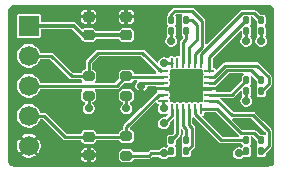
<source format=gbr>
<<<<<<< HEAD
G04 #@! TF.GenerationSoftware,KiCad,Pcbnew,9.0.2+dfsg-1*
G04 #@! TF.CreationDate,2025-05-28T16:18:43+08:00*
=======
G04 #@! TF.GenerationSoftware,KiCad,Pcbnew,9.0.1+dfsg-1*
G04 #@! TF.CreationDate,2025-05-27T21:30:08+08:00*
>>>>>>> 4efbb67b7dd982ccbd9a6c6e1e0fed627c39d980
G04 #@! TF.ProjectId,i2c_led,6932635f-6c65-4642-9e6b-696361645f70,a*
G04 #@! TF.SameCoordinates,Original*
G04 #@! TF.FileFunction,Copper,L1,Top*
G04 #@! TF.FilePolarity,Positive*
%FSLAX46Y46*%
G04 Gerber Fmt 4.6, Leading zero omitted, Abs format (unit mm)*
<<<<<<< HEAD
G04 Created by KiCad (PCBNEW 9.0.2+dfsg-1) date 2025-05-28 16:18:43*
=======
G04 Created by KiCad (PCBNEW 9.0.1+dfsg-1) date 2025-05-27 21:30:08*
>>>>>>> 4efbb67b7dd982ccbd9a6c6e1e0fed627c39d980
%MOMM*%
%LPD*%
G01*
G04 APERTURE LIST*
G04 Aperture macros list*
%AMRoundRect*
0 Rectangle with rounded corners*
0 $1 Rounding radius*
0 $2 $3 $4 $5 $6 $7 $8 $9 X,Y pos of 4 corners*
0 Add a 4 corners polygon primitive as box body*
4,1,4,$2,$3,$4,$5,$6,$7,$8,$9,$2,$3,0*
0 Add four circle primitives for the rounded corners*
1,1,$1+$1,$2,$3*
1,1,$1+$1,$4,$5*
1,1,$1+$1,$6,$7*
1,1,$1+$1,$8,$9*
0 Add four rect primitives between the rounded corners*
20,1,$1+$1,$2,$3,$4,$5,0*
20,1,$1+$1,$4,$5,$6,$7,0*
20,1,$1+$1,$6,$7,$8,$9,0*
20,1,$1+$1,$8,$9,$2,$3,0*%
G04 Aperture macros list end*
G04 #@! TA.AperFunction,SMDPad,CuDef*
%ADD10RoundRect,0.225000X0.250000X-0.225000X0.250000X0.225000X-0.250000X0.225000X-0.250000X-0.225000X0*%
G04 #@! TD*
G04 #@! TA.AperFunction,SMDPad,CuDef*
%ADD11RoundRect,0.200000X0.275000X-0.200000X0.275000X0.200000X-0.275000X0.200000X-0.275000X-0.200000X0*%
G04 #@! TD*
G04 #@! TA.AperFunction,SMDPad,CuDef*
%ADD12RoundRect,0.067500X-0.157500X-0.257500X0.157500X-0.257500X0.157500X0.257500X-0.157500X0.257500X0*%
G04 #@! TD*
G04 #@! TA.AperFunction,SMDPad,CuDef*
%ADD13RoundRect,0.062500X0.062500X-0.350000X0.062500X0.350000X-0.062500X0.350000X-0.062500X-0.350000X0*%
G04 #@! TD*
G04 #@! TA.AperFunction,SMDPad,CuDef*
%ADD14RoundRect,0.062500X0.350000X-0.062500X0.350000X0.062500X-0.350000X0.062500X-0.350000X-0.062500X0*%
G04 #@! TD*
G04 #@! TA.AperFunction,HeatsinkPad*
%ADD15R,2.700000X2.700000*%
G04 #@! TD*
G04 #@! TA.AperFunction,SMDPad,CuDef*
%ADD16RoundRect,0.225000X-0.250000X0.225000X-0.250000X-0.225000X0.250000X-0.225000X0.250000X0.225000X0*%
G04 #@! TD*
G04 #@! TA.AperFunction,ComponentPad*
%ADD17R,1.700000X1.700000*%
G04 #@! TD*
G04 #@! TA.AperFunction,ComponentPad*
%ADD18C,1.700000*%
G04 #@! TD*
G04 #@! TA.AperFunction,ViaPad*
%ADD19C,0.700000*%
G04 #@! TD*
G04 #@! TA.AperFunction,Conductor*
%ADD20C,0.228600*%
G04 #@! TD*
G04 #@! TA.AperFunction,Conductor*
%ADD21C,0.304800*%
G04 #@! TD*
G04 APERTURE END LIST*
D10*
G04 #@! TO.P,C1,1*
G04 #@! TO.N,VCC*
X144145000Y-92215000D03*
G04 #@! TO.P,C1,2*
G04 #@! TO.N,GND*
X144145000Y-90665000D03*
G04 #@! TD*
D11*
G04 #@! TO.P,R2,1*
G04 #@! TO.N,VCC*
X144145000Y-97345000D03*
G04 #@! TO.P,R2,2*
G04 #@! TO.N,/SDA*
X144145000Y-95695000D03*
G04 #@! TD*
D12*
G04 #@! TO.P,D4,1,RK*
G04 #@! TO.N,Net-(D4-RK)*
X147965000Y-101125000D03*
G04 #@! TO.P,D4,2,A*
G04 #@! TO.N,VCC*
X147965000Y-102075000D03*
G04 #@! TO.P,D4,3,BK*
G04 #@! TO.N,Net-(D4-BK)*
X149215000Y-102075000D03*
G04 #@! TO.P,D4,4,GK*
G04 #@! TO.N,Net-(D4-GK)*
X149215000Y-101125000D03*
G04 #@! TD*
G04 #@! TO.P,D1,1,RK*
G04 #@! TO.N,Net-(D1-RK)*
X154315000Y-101125000D03*
G04 #@! TO.P,D1,2,A*
G04 #@! TO.N,VCC*
X154315000Y-102075000D03*
G04 #@! TO.P,D1,3,BK*
G04 #@! TO.N,Net-(D1-BK)*
X155565000Y-102075000D03*
G04 #@! TO.P,D1,4,GK*
G04 #@! TO.N,Net-(D1-GK)*
X155565000Y-101125000D03*
G04 #@! TD*
D13*
G04 #@! TO.P,U1,1,P1_0*
G04 #@! TO.N,Net-(D3-BK)*
X147975000Y-98482500D03*
G04 #@! TO.P,U1,2,P1_1*
G04 #@! TO.N,Net-(D4-RK)*
X148475000Y-98482500D03*
G04 #@! TO.P,U1,3,P1_2*
G04 #@! TO.N,Net-(D4-GK)*
X148975000Y-98482500D03*
G04 #@! TO.P,U1,4,P1_3*
G04 #@! TO.N,Net-(D4-BK)*
X149475000Y-98482500D03*
G04 #@! TO.P,U1,5,P0_0*
G04 #@! TO.N,Net-(D1-RK)*
X149975000Y-98482500D03*
G04 #@! TO.P,U1,6,P0_1*
G04 #@! TO.N,Net-(D1-GK)*
X150475000Y-98482500D03*
D14*
G04 #@! TO.P,U1,7,P0_2*
G04 #@! TO.N,Net-(D1-BK)*
X151187500Y-97770000D03*
G04 #@! TO.P,U1,8,P0_3*
G04 #@! TO.N,Net-(D2-RK)*
X151187500Y-97270000D03*
G04 #@! TO.P,U1,9,GND*
G04 #@! TO.N,GND*
X151187500Y-96770000D03*
G04 #@! TO.P,U1,10,P0_4*
G04 #@! TO.N,Net-(D2-GK)*
X151187500Y-96270000D03*
G04 #@! TO.P,U1,11,P0_5*
G04 #@! TO.N,Net-(D2-BK)*
X151187500Y-95770000D03*
G04 #@! TO.P,U1,12,P0_6*
G04 #@! TO.N,Net-(D3-RK)*
X151187500Y-95270000D03*
D13*
G04 #@! TO.P,U1,13,P0_7*
G04 #@! TO.N,Net-(D3-GK)*
X150475000Y-94557500D03*
G04 #@! TO.P,U1,14,P1_4*
G04 #@! TO.N,Net-(D5-RK)*
X149975000Y-94557500D03*
G04 #@! TO.P,U1,15,P1_5*
G04 #@! TO.N,Net-(D5-GK)*
X149475000Y-94557500D03*
G04 #@! TO.P,U1,16,P1_6*
G04 #@! TO.N,Net-(D5-BK)*
X148975000Y-94557500D03*
G04 #@! TO.P,U1,17,P1_7*
G04 #@! TO.N,unconnected-(U1-P1_7-Pad17)*
X148475000Y-94557500D03*
G04 #@! TO.P,U1,18,AD0*
G04 #@! TO.N,AD0*
X147975000Y-94557500D03*
D14*
G04 #@! TO.P,U1,19,SCL*
G04 #@! TO.N,/SCL*
X147262500Y-95270000D03*
G04 #@! TO.P,U1,20,SDA*
G04 #@! TO.N,/SDA*
X147262500Y-95770000D03*
G04 #@! TO.P,U1,21,VCC*
G04 #@! TO.N,VCC*
X147262500Y-96270000D03*
G04 #@! TO.P,U1,22,~{INT}*
G04 #@! TO.N,GND*
X147262500Y-96770000D03*
G04 #@! TO.P,U1,23,~{RST}*
G04 #@! TO.N,/RSTN*
X147262500Y-97270000D03*
G04 #@! TO.P,U1,24,AD1*
G04 #@! TO.N,AD1*
X147262500Y-97770000D03*
D15*
G04 #@! TO.P,U1,25,GND*
G04 #@! TO.N,GND*
X149225000Y-96520000D03*
G04 #@! TD*
D12*
G04 #@! TO.P,D3,1,RK*
G04 #@! TO.N,Net-(D3-RK)*
X154315000Y-90965000D03*
G04 #@! TO.P,D3,2,A*
G04 #@! TO.N,VCC*
X154315000Y-91915000D03*
G04 #@! TO.P,D3,3,BK*
G04 #@! TO.N,Net-(D3-BK)*
X155565000Y-91915000D03*
G04 #@! TO.P,D3,4,GK*
G04 #@! TO.N,Net-(D3-GK)*
X155565000Y-90965000D03*
G04 #@! TD*
G04 #@! TO.P,D5,1,RK*
G04 #@! TO.N,Net-(D5-RK)*
X147965000Y-90965000D03*
G04 #@! TO.P,D5,2,A*
G04 #@! TO.N,VCC*
X147965000Y-91915000D03*
G04 #@! TO.P,D5,3,BK*
G04 #@! TO.N,Net-(D5-BK)*
X149215000Y-91915000D03*
G04 #@! TO.P,D5,4,GK*
G04 #@! TO.N,Net-(D5-GK)*
X149215000Y-90965000D03*
G04 #@! TD*
D11*
G04 #@! TO.P,R3,1*
G04 #@! TO.N,VCC*
X144145000Y-102425000D03*
G04 #@! TO.P,R3,2*
G04 #@! TO.N,/RSTN*
X144145000Y-100775000D03*
G04 #@! TD*
D12*
G04 #@! TO.P,D2,1,RK*
G04 #@! TO.N,Net-(D2-RK)*
X154315000Y-96045000D03*
G04 #@! TO.P,D2,2,A*
G04 #@! TO.N,VCC*
X154315000Y-96995000D03*
G04 #@! TO.P,D2,3,BK*
G04 #@! TO.N,Net-(D2-BK)*
X155565000Y-96995000D03*
G04 #@! TO.P,D2,4,GK*
G04 #@! TO.N,Net-(D2-GK)*
X155565000Y-96045000D03*
G04 #@! TD*
D16*
G04 #@! TO.P,C3,1*
G04 #@! TO.N,/RSTN*
X140970000Y-100825000D03*
G04 #@! TO.P,C3,2*
G04 #@! TO.N,GND*
X140970000Y-102375000D03*
G04 #@! TD*
D11*
G04 #@! TO.P,R1,1*
G04 #@! TO.N,VCC*
X140970000Y-97345000D03*
G04 #@! TO.P,R1,2*
G04 #@! TO.N,/SCL*
X140970000Y-95695000D03*
G04 #@! TD*
D17*
G04 #@! TO.P,J1,1,Pin_1*
G04 #@! TO.N,VCC*
X135890000Y-91440000D03*
D18*
G04 #@! TO.P,J1,2,Pin_2*
G04 #@! TO.N,/SCL*
X135890000Y-93980000D03*
G04 #@! TO.P,J1,3,Pin_3*
G04 #@! TO.N,/SDA*
X135890000Y-96520000D03*
G04 #@! TO.P,J1,4,Pin_4*
G04 #@! TO.N,/RSTN*
X135890000Y-99060000D03*
G04 #@! TO.P,J1,5,Pin_5*
G04 #@! TO.N,GND*
X135890000Y-101600000D03*
G04 #@! TD*
D10*
G04 #@! TO.P,C2,1*
G04 #@! TO.N,VCC*
X140970000Y-92215000D03*
G04 #@! TO.P,C2,2*
G04 #@! TO.N,GND*
X140970000Y-90665000D03*
G04 #@! TD*
D19*
G04 #@! TO.N,GND*
X151130000Y-101600000D03*
X149225000Y-96520000D03*
<<<<<<< HEAD
X145415000Y-97155000D03*
X153670000Y-93980000D03*
X154305000Y-97790000D03*
X146050000Y-90805000D03*
=======
X145415000Y-97790000D03*
X151765000Y-90805000D03*
X139065000Y-102870000D03*
X153035000Y-95885000D03*
X155575000Y-98425000D03*
X146050000Y-100965000D03*
X146050000Y-90805000D03*
X139065000Y-98425000D03*
X139700000Y-93345000D03*
>>>>>>> 4efbb67b7dd982ccbd9a6c6e1e0fed627c39d980
X146050000Y-92075000D03*
X152400000Y-100330000D03*
X154305000Y-99695000D03*
X145415000Y-94615000D03*
G04 #@! TO.N,VCC*
X145415000Y-96520000D03*
X140970000Y-98425000D03*
X154305000Y-92710000D03*
X147955000Y-92710000D03*
X154305000Y-97790000D03*
X153670000Y-102235000D03*
X144145000Y-98425000D03*
X147320000Y-102235000D03*
G04 #@! TO.N,Net-(D3-BK)*
X147320000Y-99695000D03*
X155575000Y-92710000D03*
G04 #@! TO.N,AD0*
X147320000Y-94615000D03*
G04 #@! TO.N,AD1*
X147320000Y-98425000D03*
G04 #@! TD*
D20*
G04 #@! TO.N,GND*
X147389500Y-96770000D02*
X149102000Y-96770000D01*
X151314500Y-96770000D02*
X149602000Y-96770000D01*
D21*
G04 #@! TO.N,VCC*
X140475000Y-92215000D02*
X139700000Y-91440000D01*
D20*
X147320000Y-102235000D02*
X146240000Y-102235000D01*
X154155000Y-102235000D02*
X154315000Y-102075000D01*
X147320000Y-102235000D02*
X147805000Y-102235000D01*
X154315000Y-97780000D02*
X154305000Y-97790000D01*
D21*
X139700000Y-91440000D02*
X135890000Y-91440000D01*
D20*
X147965000Y-91915000D02*
X147965000Y-92700000D01*
X140970000Y-97345000D02*
X140970000Y-98425000D01*
X147965000Y-92700000D02*
X147955000Y-92710000D01*
X146240000Y-102235000D02*
X146050000Y-102425000D01*
X144145000Y-97345000D02*
X144145000Y-98425000D01*
X147262500Y-96270000D02*
X145665000Y-96270000D01*
X154315000Y-92700000D02*
X154305000Y-92710000D01*
X153670000Y-102235000D02*
X154155000Y-102235000D01*
X147805000Y-102235000D02*
X147965000Y-102075000D01*
X145665000Y-96270000D02*
X145415000Y-96520000D01*
D21*
X140970000Y-92215000D02*
X144145000Y-92215000D01*
D20*
X144145000Y-102425000D02*
X146050000Y-102425000D01*
X154315000Y-96995000D02*
X154315000Y-97780000D01*
D21*
X140970000Y-92215000D02*
X140475000Y-92215000D01*
D20*
X154315000Y-91915000D02*
X154315000Y-92700000D01*
G04 #@! TO.N,Net-(D1-RK)*
X149975000Y-98894999D02*
X149975000Y-98482500D01*
X154315000Y-101125000D02*
X152205001Y-101125000D01*
X152205001Y-101125000D02*
X149975000Y-98894999D01*
G04 #@! TO.N,Net-(D1-BK)*
X155565000Y-102075000D02*
X155735000Y-102075000D01*
X155735000Y-102075000D02*
X156210000Y-101600000D01*
X153087958Y-99007042D02*
X151850916Y-97770000D01*
X156210000Y-100330000D02*
X154887042Y-99007042D01*
X156210000Y-101600000D02*
X156210000Y-100330000D01*
X154887042Y-99007042D02*
X153087958Y-99007042D01*
X151850916Y-97770000D02*
X151187500Y-97770000D01*
G04 #@! TO.N,Net-(D1-GK)*
X153872300Y-100532300D02*
X151822500Y-98482500D01*
X154972300Y-100532300D02*
X153872300Y-100532300D01*
X151822500Y-98482500D02*
X150475000Y-98482500D01*
X155565000Y-101125000D02*
X154972300Y-100532300D01*
G04 #@! TO.N,Net-(D2-BK)*
X156210000Y-95799084D02*
X156210000Y-96350000D01*
X151187500Y-95770000D02*
X151568706Y-95770000D01*
X155219916Y-94809000D02*
X156210000Y-95799084D01*
X156210000Y-96350000D02*
X155565000Y-96995000D01*
X151568706Y-95770000D02*
X152529706Y-94809000D01*
X151868700Y-95474248D02*
X151572948Y-95770000D01*
X152529706Y-94809000D02*
X155219916Y-94809000D01*
X151572948Y-95770000D02*
X151187500Y-95770000D01*
G04 #@! TO.N,Net-(D2-GK)*
X154710000Y-95190000D02*
X155565000Y-96045000D01*
X151187500Y-96270000D02*
X151611764Y-96270000D01*
X152691764Y-95190000D02*
X154710000Y-95190000D01*
X151611764Y-96270000D02*
X152691764Y-95190000D01*
G04 #@! TO.N,Net-(D2-RK)*
X153090000Y-97270000D02*
X151187500Y-97270000D01*
X154315000Y-96045000D02*
X153090000Y-97270000D01*
G04 #@! TO.N,Net-(D3-GK)*
X154972300Y-90372300D02*
X153937930Y-90372300D01*
X155565000Y-90965000D02*
X154972300Y-90372300D01*
X153937930Y-90372300D02*
X150475000Y-93835230D01*
X150475000Y-93835230D02*
X150475000Y-94557500D01*
G04 #@! TO.N,Net-(D3-RK)*
X154315000Y-90965000D02*
X151187500Y-94092500D01*
X151187500Y-94092500D02*
X151187500Y-95270000D01*
G04 #@! TO.N,Net-(D3-BK)*
X147975000Y-98482500D02*
X147975000Y-99040000D01*
X147975000Y-99040000D02*
X147320000Y-99695000D01*
X155575000Y-92710000D02*
X155575000Y-91925000D01*
G04 #@! TO.N,Net-(D4-BK)*
X149707700Y-101582300D02*
X149215000Y-102075000D01*
X149475000Y-98482500D02*
X149475000Y-99856185D01*
X149475000Y-99856185D02*
X149707700Y-100088885D01*
X149707700Y-100088885D02*
X149707700Y-101582300D01*
G04 #@! TO.N,Net-(D4-GK)*
X149215000Y-100135000D02*
X148975000Y-99895000D01*
X149215000Y-101125000D02*
X149215000Y-100135000D01*
X148975000Y-99895000D02*
X148975000Y-98482500D01*
G04 #@! TO.N,Net-(D4-RK)*
X148475000Y-100615000D02*
X148475000Y-98482500D01*
X147965000Y-101125000D02*
X148475000Y-100615000D01*
G04 #@! TO.N,Net-(D5-BK)*
X148975000Y-92805000D02*
X149215000Y-92565000D01*
X149215000Y-92565000D02*
X149215000Y-91915000D01*
X148975000Y-94557500D02*
X148975000Y-92805000D01*
G04 #@! TO.N,Net-(D5-GK)*
X149215000Y-90965000D02*
X149745000Y-90965000D01*
X149475000Y-93255000D02*
X149475000Y-94557500D01*
X150120000Y-91340000D02*
X150120000Y-92610000D01*
X149745000Y-90965000D02*
X150120000Y-91340000D01*
X150120000Y-92610000D02*
X149475000Y-93255000D01*
G04 #@! TO.N,Net-(D5-RK)*
X150545000Y-91005000D02*
X150545000Y-93225000D01*
X147965000Y-90455000D02*
X148240000Y-90180000D01*
X149975000Y-93795000D02*
X149975000Y-94557500D01*
X150545000Y-93225000D02*
X149975000Y-93795000D01*
X147965000Y-90965000D02*
X147965000Y-90455000D01*
X148240000Y-90180000D02*
X149720000Y-90180000D01*
X149720000Y-90180000D02*
X150545000Y-91005000D01*
G04 #@! TO.N,/RSTN*
X147262500Y-97270000D02*
X146881294Y-97270000D01*
X137160000Y-99060000D02*
X135890000Y-99060000D01*
X138925000Y-100825000D02*
X140970000Y-100825000D01*
X140970000Y-100825000D02*
X144095000Y-100825000D01*
X146881294Y-97270000D02*
X144145000Y-100006294D01*
X137160000Y-99060000D02*
X138925000Y-100825000D01*
X144145000Y-100006294D02*
X144145000Y-100775000D01*
G04 #@! TO.N,/SCL*
X137795000Y-93980000D02*
X135890000Y-93980000D01*
X139510000Y-95695000D02*
X137795000Y-93980000D01*
X140970000Y-95695000D02*
X139510000Y-95695000D01*
X140970000Y-94500000D02*
X140970000Y-95695000D01*
X141760000Y-93710000D02*
X140970000Y-94500000D01*
X145500000Y-93710000D02*
X141760000Y-93710000D01*
X147060000Y-95270000D02*
X145500000Y-93710000D01*
G04 #@! TO.N,/SDA*
X143320000Y-96520000D02*
X135890000Y-96520000D01*
X144145000Y-95695000D02*
X143320000Y-96520000D01*
X147262500Y-95770000D02*
X144220000Y-95770000D01*
X144220000Y-95770000D02*
X144145000Y-95695000D01*
G04 #@! TO.N,AD0*
X147377500Y-94557500D02*
X147320000Y-94615000D01*
X147975000Y-94557500D02*
X147377500Y-94557500D01*
G04 #@! TO.N,AD1*
X147262500Y-98367500D02*
X147320000Y-98425000D01*
X147262500Y-97770000D02*
X147262500Y-98367500D01*
G04 #@! TD*
G04 #@! TA.AperFunction,Conductor*
G04 #@! TO.N,GND*
G36*
X151729012Y-98767293D02*
G01*
X151733848Y-98771726D01*
X153645779Y-100683657D01*
X153670721Y-100708599D01*
X153691548Y-100729426D01*
X153713287Y-100776047D01*
X153699973Y-100825734D01*
X153657835Y-100855238D01*
X153638373Y-100857800D01*
X152346827Y-100857800D01*
X152298489Y-100840207D01*
X152293653Y-100835774D01*
X150609449Y-99151570D01*
X150587709Y-99104950D01*
X150601023Y-99055263D01*
X150620845Y-99035869D01*
X150621543Y-99035402D01*
X150621545Y-99035402D01*
X150692795Y-98987795D01*
X150740402Y-98916545D01*
X150752900Y-98853715D01*
X150752900Y-98824900D01*
X150770493Y-98776562D01*
X150815042Y-98750842D01*
X150828100Y-98749700D01*
X151680674Y-98749700D01*
X151729012Y-98767293D01*
G37*
G04 #@! TD.AperFunction*
G04 #@! TA.AperFunction,Conductor*
G36*
X154793554Y-99291835D02*
G01*
X154798390Y-99296268D01*
X155920774Y-100418652D01*
X155927711Y-100433528D01*
X155938265Y-100446106D01*
X155941115Y-100462273D01*
X155942514Y-100465272D01*
X155942800Y-100471826D01*
X155942800Y-100608937D01*
X155925207Y-100657275D01*
X155880658Y-100682995D01*
X155830000Y-100674062D01*
X155825822Y-100671464D01*
X155808499Y-100659889D01*
X155808496Y-100659888D01*
X155776352Y-100653494D01*
X155744209Y-100647100D01*
X155744208Y-100647100D01*
X155496126Y-100647100D01*
X155447788Y-100629507D01*
X155442962Y-100625084D01*
X155123657Y-100305779D01*
X155025449Y-100265100D01*
X155025448Y-100265100D01*
X154014126Y-100265100D01*
X153965788Y-100247507D01*
X153960952Y-100243074D01*
X153120494Y-99402616D01*
X153098754Y-99355996D01*
X153112068Y-99306309D01*
X153154205Y-99276804D01*
X153173668Y-99274242D01*
X154745216Y-99274242D01*
X154793554Y-99291835D01*
G37*
G04 #@! TD.AperFunction*
G04 #@! TA.AperFunction,Conductor*
G36*
X145406512Y-93994793D02*
G01*
X145411348Y-93999226D01*
X146675074Y-95262952D01*
X146696814Y-95309572D01*
X146697100Y-95316124D01*
X146697100Y-95353714D01*
X146697101Y-95353716D01*
X146708879Y-95412930D01*
X146701054Y-95463771D01*
X146662379Y-95497687D01*
X146635124Y-95502800D01*
X144843954Y-95502800D01*
X144795616Y-95485207D01*
X144769896Y-95440658D01*
X144769540Y-95438443D01*
X144766349Y-95416542D01*
X144762906Y-95392912D01*
X144711179Y-95287102D01*
X144711177Y-95287100D01*
X144711177Y-95287099D01*
X144627900Y-95203822D01*
X144592027Y-95186285D01*
X144522088Y-95152094D01*
X144453502Y-95142100D01*
X144453494Y-95142100D01*
X143836506Y-95142100D01*
X143836497Y-95142100D01*
X143767911Y-95152094D01*
X143662099Y-95203822D01*
X143578822Y-95287099D01*
X143527094Y-95392911D01*
X143517100Y-95461497D01*
X143517100Y-95913872D01*
X143499507Y-95962210D01*
X143495075Y-95967046D01*
X143231348Y-96230774D01*
X143184727Y-96252514D01*
X143178173Y-96252800D01*
X141567826Y-96252800D01*
X141519488Y-96235207D01*
X141493768Y-96190658D01*
X141502701Y-96140000D01*
X141514652Y-96124426D01*
X141536177Y-96102900D01*
X141536179Y-96102898D01*
X141587906Y-95997088D01*
X141597900Y-95928494D01*
X141597900Y-95461506D01*
X141597314Y-95457486D01*
X141591349Y-95416545D01*
X141587906Y-95392912D01*
X141536179Y-95287102D01*
X141536177Y-95287100D01*
X141536177Y-95287099D01*
X141452900Y-95203822D01*
X141417027Y-95186285D01*
X141347088Y-95152094D01*
X141301556Y-95145459D01*
X141256261Y-95121079D01*
X141237233Y-95073288D01*
X141237200Y-95071045D01*
X141237200Y-94641826D01*
X141254793Y-94593488D01*
X141259226Y-94588652D01*
X141848652Y-93999226D01*
X141895272Y-93977486D01*
X141901826Y-93977200D01*
X145358174Y-93977200D01*
X145406512Y-93994793D01*
G37*
G04 #@! TD.AperFunction*
G04 #@! TA.AperFunction,Conductor*
G36*
X156214884Y-89688543D02*
G01*
X156324964Y-89703035D01*
X156343920Y-89708114D01*
X156441907Y-89748702D01*
X156458902Y-89758514D01*
X156500973Y-89790796D01*
X156543041Y-89823077D01*
X156556922Y-89836958D01*
X156621483Y-89921094D01*
X156631299Y-89938095D01*
X156671884Y-90036076D01*
X156676965Y-90055038D01*
X156688911Y-90145780D01*
X156691457Y-90165114D01*
X156692100Y-90174930D01*
X156692100Y-102865069D01*
X156691457Y-102874884D01*
X156691457Y-102874885D01*
X156676965Y-102984961D01*
X156671884Y-103003923D01*
X156631299Y-103101904D01*
X156621483Y-103118905D01*
X156556922Y-103203041D01*
X156543041Y-103216922D01*
X156458905Y-103281483D01*
X156441904Y-103291299D01*
X156343923Y-103331884D01*
X156324961Y-103336965D01*
X156246437Y-103347302D01*
X156214883Y-103351457D01*
X156205069Y-103352100D01*
X134624931Y-103352100D01*
X134615116Y-103351457D01*
X134568046Y-103345260D01*
X134505038Y-103336965D01*
X134486076Y-103331884D01*
X134388095Y-103291299D01*
X134371094Y-103281483D01*
X134286958Y-103216922D01*
X134273077Y-103203041D01*
X134208516Y-103118905D01*
X134198702Y-103101907D01*
X134158114Y-103003920D01*
X134153035Y-102984964D01*
X134138543Y-102874884D01*
X134137900Y-102865069D01*
X134137900Y-102635815D01*
X140342601Y-102635815D01*
X140353287Y-102709173D01*
X140353288Y-102709175D01*
X140408608Y-102822332D01*
X140497667Y-102911391D01*
X140610825Y-102966712D01*
X140684180Y-102977399D01*
X140817600Y-102977399D01*
X141122400Y-102977399D01*
X141255811Y-102977399D01*
X141255815Y-102977398D01*
X141329173Y-102966712D01*
X141329175Y-102966711D01*
X141442332Y-102911391D01*
X141531391Y-102822332D01*
X141586712Y-102709174D01*
X141597399Y-102635825D01*
X141597400Y-102635813D01*
X141597400Y-102527400D01*
X141122400Y-102527400D01*
X141122400Y-102977399D01*
X140817600Y-102977399D01*
X140817600Y-102527400D01*
X140342601Y-102527400D01*
X140342601Y-102635815D01*
X134137900Y-102635815D01*
X134137900Y-101501270D01*
X134887600Y-101501270D01*
X134887600Y-101698729D01*
X134926121Y-101892385D01*
X134926122Y-101892388D01*
X135001684Y-102074812D01*
X135080982Y-102193491D01*
X135445086Y-101829386D01*
X135489901Y-101907007D01*
X135582993Y-102000099D01*
X135660611Y-102044912D01*
X135296507Y-102409016D01*
X135415187Y-102488315D01*
X135597611Y-102563877D01*
X135597614Y-102563878D01*
X135791270Y-102602400D01*
X135988730Y-102602400D01*
X136182385Y-102563878D01*
X136182388Y-102563877D01*
X136364816Y-102488313D01*
X136446514Y-102433725D01*
X136483490Y-102409017D01*
X136483491Y-102409016D01*
X136119387Y-102044912D01*
X136197007Y-102000099D01*
X136290099Y-101907007D01*
X136334912Y-101829387D01*
X136699016Y-102193491D01*
X136699017Y-102193490D01*
X136752015Y-102114174D01*
X140342600Y-102114174D01*
X140342600Y-102222600D01*
X140817600Y-102222600D01*
X141122400Y-102222600D01*
X141597399Y-102222600D01*
X141597399Y-102114189D01*
X141597398Y-102114184D01*
X141586712Y-102040826D01*
X141586711Y-102040824D01*
X141531391Y-101927667D01*
X141442332Y-101838608D01*
X141329174Y-101783287D01*
X141255825Y-101772600D01*
X141122400Y-101772600D01*
X141122400Y-102222600D01*
X140817600Y-102222600D01*
X140817600Y-101772600D01*
X140684189Y-101772600D01*
X140684184Y-101772601D01*
X140610826Y-101783287D01*
X140610824Y-101783288D01*
X140497667Y-101838608D01*
X140408608Y-101927667D01*
X140353287Y-102040825D01*
X140342600Y-102114174D01*
X136752015Y-102114174D01*
X136778313Y-102074816D01*
X136853877Y-101892388D01*
X136853878Y-101892385D01*
X136892400Y-101698729D01*
X136892400Y-101501270D01*
X136853878Y-101307614D01*
X136853877Y-101307611D01*
X136778315Y-101125187D01*
X136699016Y-101006507D01*
X136334912Y-101370611D01*
X136290099Y-101292993D01*
X136197007Y-101199901D01*
X136119387Y-101155087D01*
X136483491Y-100790982D01*
X136364812Y-100711684D01*
X136182388Y-100636122D01*
X136182385Y-100636121D01*
X135988730Y-100597600D01*
X135791270Y-100597600D01*
X135597614Y-100636121D01*
X135597611Y-100636122D01*
X135415184Y-100711685D01*
X135296507Y-100790981D01*
X135296507Y-100790982D01*
X135660612Y-101155087D01*
X135582993Y-101199901D01*
X135489901Y-101292993D01*
X135445087Y-101370612D01*
X135080982Y-101006507D01*
X135080981Y-101006507D01*
X135001685Y-101125184D01*
X134926122Y-101307611D01*
X134926121Y-101307614D01*
X134887600Y-101501270D01*
X134137900Y-101501270D01*
X134137900Y-93881222D01*
X134887100Y-93881222D01*
X134887100Y-94078777D01*
X134925641Y-94272537D01*
X134925642Y-94272538D01*
X134987090Y-94420888D01*
X135001241Y-94455051D01*
X135110996Y-94619312D01*
X135110997Y-94619313D01*
X135111000Y-94619317D01*
X135250682Y-94758999D01*
X135250685Y-94759001D01*
X135250688Y-94759004D01*
X135414949Y-94868759D01*
X135597461Y-94944357D01*
X135597462Y-94944358D01*
X135597463Y-94944358D01*
X135597465Y-94944359D01*
X135727218Y-94970168D01*
X135791222Y-94982900D01*
X135791223Y-94982900D01*
X135988778Y-94982900D01*
X136036889Y-94973329D01*
X136182535Y-94944359D01*
X136365051Y-94868759D01*
X136529312Y-94759004D01*
X136669004Y-94619312D01*
X136778759Y-94455051D01*
X136845625Y-94293620D01*
X136880376Y-94255697D01*
X136915100Y-94247200D01*
X137653174Y-94247200D01*
X137701512Y-94264793D01*
X137706348Y-94269226D01*
X139283479Y-95846357D01*
X139358643Y-95921521D01*
X139456851Y-95962200D01*
X140288096Y-95962200D01*
X140336434Y-95979793D01*
X140355655Y-96004372D01*
X140403822Y-96102900D01*
X140425348Y-96124426D01*
X140447088Y-96171046D01*
X140433774Y-96220733D01*
X140391637Y-96250238D01*
X140372174Y-96252800D01*
X136915100Y-96252800D01*
X136866762Y-96235207D01*
X136845625Y-96206379D01*
X136778759Y-96044949D01*
X136669004Y-95880688D01*
X136669001Y-95880685D01*
X136668999Y-95880682D01*
X136529317Y-95741000D01*
X136529313Y-95740997D01*
X136529312Y-95740996D01*
X136365051Y-95631241D01*
X136358673Y-95628599D01*
X136182538Y-95555642D01*
X136182537Y-95555641D01*
X135988778Y-95517100D01*
X135988777Y-95517100D01*
X135791223Y-95517100D01*
X135791222Y-95517100D01*
X135597462Y-95555641D01*
X135597461Y-95555642D01*
X135414950Y-95631240D01*
X135250682Y-95741000D01*
X135111000Y-95880682D01*
X135001240Y-96044950D01*
X134925642Y-96227461D01*
X134925641Y-96227462D01*
X134887100Y-96421222D01*
X134887100Y-96618777D01*
X134925641Y-96812537D01*
X134925642Y-96812538D01*
X135000019Y-96992101D01*
X135001241Y-96995051D01*
X135110996Y-97159312D01*
X135110997Y-97159313D01*
X135111000Y-97159317D01*
X135250682Y-97298999D01*
X135250685Y-97299001D01*
X135250688Y-97299004D01*
X135414949Y-97408759D01*
X135597461Y-97484357D01*
X135597462Y-97484358D01*
X135597463Y-97484358D01*
X135597465Y-97484359D01*
X135727218Y-97510168D01*
X135791222Y-97522900D01*
X135791223Y-97522900D01*
X135988778Y-97522900D01*
X136044520Y-97511812D01*
X136182535Y-97484359D01*
X136365051Y-97408759D01*
X136529312Y-97299004D01*
X136669004Y-97159312D01*
X136778759Y-96995051D01*
X136845625Y-96833620D01*
X136880376Y-96795697D01*
X136915100Y-96787200D01*
X140372174Y-96787200D01*
X140420512Y-96804793D01*
X140446232Y-96849342D01*
X140437299Y-96900000D01*
X140425348Y-96915574D01*
X140403822Y-96937099D01*
X140352094Y-97042911D01*
X140342100Y-97111497D01*
X140342100Y-97578502D01*
X140352094Y-97647088D01*
X140403822Y-97752900D01*
X140487099Y-97836177D01*
X140487100Y-97836177D01*
X140487102Y-97836179D01*
X140592912Y-97887906D01*
X140621760Y-97892109D01*
X140667056Y-97916487D01*
X140686084Y-97964278D01*
X140669942Y-98013119D01*
X140664093Y-98019697D01*
X140567579Y-98116211D01*
X140567578Y-98116213D01*
X140501371Y-98230885D01*
X140487945Y-98280996D01*
X140467100Y-98358792D01*
X140467100Y-98491208D01*
X140487662Y-98567950D01*
X140501371Y-98619114D01*
X140567578Y-98733786D01*
X140567582Y-98733792D01*
X140661207Y-98827417D01*
X140661210Y-98827419D01*
X140661212Y-98827421D01*
X140671707Y-98833480D01*
X140775885Y-98893628D01*
X140775887Y-98893628D01*
X140775888Y-98893629D01*
X140903792Y-98927900D01*
X140903794Y-98927900D01*
X141036206Y-98927900D01*
X141036208Y-98927900D01*
X141164112Y-98893629D01*
X141278788Y-98827421D01*
X141372421Y-98733788D01*
X141438629Y-98619112D01*
X141472900Y-98491208D01*
X141472900Y-98358792D01*
X141438629Y-98230888D01*
X141438628Y-98230887D01*
X141438628Y-98230885D01*
X141392222Y-98150509D01*
X141372421Y-98116212D01*
X141372419Y-98116210D01*
X141372417Y-98116207D01*
X141275907Y-98019697D01*
X141254167Y-97973077D01*
X141267481Y-97923390D01*
X141309618Y-97893885D01*
X141318235Y-97892109D01*
X141347088Y-97887906D01*
X141452898Y-97836179D01*
X141536179Y-97752898D01*
X141587906Y-97647088D01*
X141597900Y-97578494D01*
X141597900Y-97111506D01*
X141597899Y-97111497D01*
X143517100Y-97111497D01*
X143517100Y-97578502D01*
X143527094Y-97647088D01*
X143578822Y-97752900D01*
X143662099Y-97836177D01*
X143662100Y-97836177D01*
X143662102Y-97836179D01*
X143767912Y-97887906D01*
X143796760Y-97892109D01*
X143842056Y-97916487D01*
X143861084Y-97964278D01*
X143844942Y-98013119D01*
X143839093Y-98019697D01*
X143742579Y-98116211D01*
X143742578Y-98116213D01*
X143676371Y-98230885D01*
X143662945Y-98280996D01*
X143642100Y-98358792D01*
X143642100Y-98491208D01*
X143662662Y-98567950D01*
X143676371Y-98619114D01*
X143742578Y-98733786D01*
X143742582Y-98733792D01*
X143836207Y-98827417D01*
X143836210Y-98827419D01*
X143836212Y-98827421D01*
X143846707Y-98833480D01*
X143950885Y-98893628D01*
X143950887Y-98893628D01*
X143950888Y-98893629D01*
X144078792Y-98927900D01*
X144078794Y-98927900D01*
X144211206Y-98927900D01*
X144211208Y-98927900D01*
X144339112Y-98893629D01*
X144453788Y-98827421D01*
X144547421Y-98733788D01*
X144613629Y-98619112D01*
X144647900Y-98491208D01*
X144647900Y-98358792D01*
X144613629Y-98230888D01*
X144613628Y-98230887D01*
X144613628Y-98230885D01*
X144567222Y-98150509D01*
X144547421Y-98116212D01*
X144547419Y-98116210D01*
X144547417Y-98116207D01*
X144450907Y-98019697D01*
X144429167Y-97973077D01*
X144442481Y-97923390D01*
X144484618Y-97893885D01*
X144493235Y-97892109D01*
X144522088Y-97887906D01*
X144627898Y-97836179D01*
X144711179Y-97752898D01*
X144762906Y-97647088D01*
X144772900Y-97578494D01*
X144772900Y-97111506D01*
X144762906Y-97042912D01*
X144711179Y-96937102D01*
X144711177Y-96937100D01*
X144711177Y-96937099D01*
X144627900Y-96853822D01*
X144576700Y-96828792D01*
X144522088Y-96802094D01*
X144453502Y-96792100D01*
X144453494Y-96792100D01*
X143836506Y-96792100D01*
X143836497Y-96792100D01*
X143767911Y-96802094D01*
X143662099Y-96853822D01*
X143578822Y-96937099D01*
X143527094Y-97042911D01*
X143517100Y-97111497D01*
X141597899Y-97111497D01*
X141587906Y-97042912D01*
X141536179Y-96937102D01*
X141536177Y-96937100D01*
X141536177Y-96937099D01*
X141514652Y-96915574D01*
X141492912Y-96868954D01*
X141506226Y-96819267D01*
X141548363Y-96789762D01*
X141567826Y-96787200D01*
X143373147Y-96787200D01*
X143373149Y-96787200D01*
X143471357Y-96746521D01*
X143947952Y-96269926D01*
X143994572Y-96248186D01*
X144001126Y-96247900D01*
X144453492Y-96247900D01*
X144453494Y-96247900D01*
X144453498Y-96247899D01*
X144453502Y-96247899D01*
X144463245Y-96246479D01*
X144522088Y-96237906D01*
X144627898Y-96186179D01*
X144711179Y-96102898D01*
X144722680Y-96079371D01*
X144759716Y-96043673D01*
X144790239Y-96037200D01*
X145005042Y-96037200D01*
X145053380Y-96054793D01*
X145079100Y-96099342D01*
X145070167Y-96150000D01*
X145058216Y-96165574D01*
X145012582Y-96211207D01*
X145012578Y-96211213D01*
X144946371Y-96325885D01*
X144929595Y-96388499D01*
X144912100Y-96453792D01*
X144912100Y-96586208D01*
X144920827Y-96618777D01*
X144946371Y-96714114D01*
X145012578Y-96828786D01*
X145012582Y-96828792D01*
X145106207Y-96922417D01*
X145106210Y-96922419D01*
X145106212Y-96922421D01*
X145137800Y-96940658D01*
X145220885Y-96988628D01*
X145220887Y-96988628D01*
X145220888Y-96988629D01*
X145348792Y-97022900D01*
X145348794Y-97022900D01*
X145481206Y-97022900D01*
X145481208Y-97022900D01*
X145609112Y-96988629D01*
X145723788Y-96922421D01*
X145817421Y-96828788D01*
X145883629Y-96714112D01*
X145916097Y-96592936D01*
X145945600Y-96550800D01*
X145988734Y-96537200D01*
X146635633Y-96537200D01*
X146683971Y-96554793D01*
X146709691Y-96599342D01*
X146709388Y-96627071D01*
X146705821Y-96644999D01*
X146705822Y-96645000D01*
X147819176Y-96645000D01*
X147814930Y-96623648D01*
X147773891Y-96562229D01*
X147761664Y-96512264D01*
X147773888Y-96478675D01*
X147815402Y-96416545D01*
X147827900Y-96353715D01*
X147827899Y-96186286D01*
X147815402Y-96123455D01*
X147774190Y-96061777D01*
X147761965Y-96011812D01*
X147774188Y-95978225D01*
X147815402Y-95916545D01*
X147827900Y-95853715D01*
X147827899Y-95686286D01*
X147815402Y-95623455D01*
X147774190Y-95561777D01*
X147761965Y-95511812D01*
X147774188Y-95478225D01*
X147815402Y-95416545D01*
X147827900Y-95353715D01*
X147827899Y-95198098D01*
X147845492Y-95149762D01*
X147890040Y-95124042D01*
X147903088Y-95122899D01*
X148058714Y-95122899D01*
X148058716Y-95122899D01*
X148058716Y-95122898D01*
X148121545Y-95110402D01*
X148183221Y-95069191D01*
X148233187Y-95056965D01*
X148266776Y-95069190D01*
X148328455Y-95110402D01*
X148391285Y-95122900D01*
X148558714Y-95122899D01*
X148558715Y-95122899D01*
X148558715Y-95122898D01*
X148621545Y-95110402D01*
X148683221Y-95069191D01*
X148733187Y-95056965D01*
X148766776Y-95069190D01*
X148828455Y-95110402D01*
X148891285Y-95122900D01*
X149058714Y-95122899D01*
X149058715Y-95122899D01*
X149058715Y-95122898D01*
X149121545Y-95110402D01*
X149183221Y-95069191D01*
X149233187Y-95056965D01*
X149266776Y-95069190D01*
X149328455Y-95110402D01*
X149391285Y-95122900D01*
X149558714Y-95122899D01*
X149558715Y-95122899D01*
X149558715Y-95122898D01*
X149621545Y-95110402D01*
X149683221Y-95069191D01*
X149733187Y-95056965D01*
X149766776Y-95069190D01*
X149828455Y-95110402D01*
X149891285Y-95122900D01*
X150058714Y-95122899D01*
X150058715Y-95122899D01*
X150058715Y-95122898D01*
X150121545Y-95110402D01*
X150183221Y-95069191D01*
X150233187Y-95056965D01*
X150266776Y-95069190D01*
X150328455Y-95110402D01*
X150391285Y-95122900D01*
X150546900Y-95122899D01*
X150595237Y-95140492D01*
X150620957Y-95185040D01*
X150622100Y-95198099D01*
X150622100Y-95353715D01*
X150622101Y-95353716D01*
X150634598Y-95416546D01*
X150675808Y-95478222D01*
X150688034Y-95528187D01*
X150675808Y-95561778D01*
X150634598Y-95623454D01*
X150634597Y-95623456D01*
X150622100Y-95686284D01*
X150622100Y-95853715D01*
X150622101Y-95853716D01*
X150634598Y-95916546D01*
X150675808Y-95978222D01*
X150688034Y-96028187D01*
X150675808Y-96061778D01*
X150634598Y-96123454D01*
X150634597Y-96123456D01*
X150622100Y-96186284D01*
X150622100Y-96353715D01*
X150622101Y-96353716D01*
X150634598Y-96416545D01*
X150659487Y-96453794D01*
X150676109Y-96478671D01*
X150688335Y-96528637D01*
X150676109Y-96562228D01*
X150635069Y-96623649D01*
X150635068Y-96623651D01*
X150630822Y-96644999D01*
X150630822Y-96645000D01*
X151744176Y-96645000D01*
X151739930Y-96623648D01*
X151729335Y-96607791D01*
X151717108Y-96557825D01*
X151739859Y-96511690D01*
X151763086Y-96496535D01*
X151763121Y-96496521D01*
X152780416Y-95479226D01*
X152827036Y-95457486D01*
X152833590Y-95457200D01*
X154007218Y-95457200D01*
X154055556Y-95474793D01*
X154081276Y-95519342D01*
X154072343Y-95570000D01*
X154048996Y-95594927D01*
X153998599Y-95628599D01*
X153949889Y-95701500D01*
X153949888Y-95701504D01*
X153937100Y-95765791D01*
X153937100Y-96013874D01*
X153919507Y-96062212D01*
X153915074Y-96067048D01*
X153001348Y-96980774D01*
X152954728Y-97002514D01*
X152948174Y-97002800D01*
X151814367Y-97002800D01*
X151766029Y-96985207D01*
X151740309Y-96940658D01*
X151740612Y-96912929D01*
X151744178Y-96895000D01*
X150630823Y-96895000D01*
X150635069Y-96916351D01*
X150676108Y-96977770D01*
X150688335Y-97027736D01*
X150676109Y-97061326D01*
X150634599Y-97123451D01*
X150634597Y-97123456D01*
X150622100Y-97186284D01*
X150622100Y-97353715D01*
X150622101Y-97353716D01*
X150634598Y-97416546D01*
X150675808Y-97478222D01*
X150688034Y-97528187D01*
X150675808Y-97561778D01*
X150634598Y-97623454D01*
X150634597Y-97623456D01*
X150622100Y-97686284D01*
X150622100Y-97841900D01*
X150604507Y-97890238D01*
X150559958Y-97915958D01*
X150546900Y-97917100D01*
X150391284Y-97917100D01*
X150391283Y-97917101D01*
X150328453Y-97929598D01*
X150266777Y-97970808D01*
X150216811Y-97983034D01*
X150183221Y-97970808D01*
X150121545Y-97929598D01*
X150121543Y-97929597D01*
X150058715Y-97917100D01*
X149891284Y-97917100D01*
X149891283Y-97917101D01*
X149828453Y-97929598D01*
X149766777Y-97970808D01*
X149716811Y-97983034D01*
X149683221Y-97970808D01*
X149621545Y-97929598D01*
X149621543Y-97929597D01*
X149558715Y-97917100D01*
X149391284Y-97917100D01*
X149391283Y-97917101D01*
X149328453Y-97929598D01*
X149266777Y-97970808D01*
X149216811Y-97983034D01*
X149183221Y-97970808D01*
X149121545Y-97929598D01*
X149121543Y-97929597D01*
X149058715Y-97917100D01*
X148891284Y-97917100D01*
X148891283Y-97917101D01*
X148828453Y-97929598D01*
X148766777Y-97970808D01*
X148716811Y-97983034D01*
X148683221Y-97970808D01*
X148621545Y-97929598D01*
X148621543Y-97929597D01*
X148558715Y-97917100D01*
X148391284Y-97917100D01*
X148391283Y-97917101D01*
X148328453Y-97929598D01*
X148266777Y-97970808D01*
X148216811Y-97983034D01*
X148183221Y-97970808D01*
X148121545Y-97929598D01*
X148121543Y-97929597D01*
X148058716Y-97917100D01*
X147903099Y-97917100D01*
X147854761Y-97899507D01*
X147829041Y-97854958D01*
X147827899Y-97841910D01*
X147827899Y-97686286D01*
X147815402Y-97623455D01*
X147774190Y-97561777D01*
X147761965Y-97511812D01*
X147774188Y-97478225D01*
X147815402Y-97416545D01*
X147827900Y-97353715D01*
X147827899Y-97186286D01*
X147815402Y-97123455D01*
X147815401Y-97123453D01*
X147773890Y-97061326D01*
X147761664Y-97011361D01*
X147773891Y-96977768D01*
X147814931Y-96916348D01*
X147819177Y-96895000D01*
X146705823Y-96895000D01*
X146710069Y-96916351D01*
X146734660Y-96953154D01*
X146746887Y-97003120D01*
X146725308Y-97048107D01*
X145352734Y-98420682D01*
X143993643Y-99779773D01*
X143956061Y-99817355D01*
X143918479Y-99854936D01*
X143877800Y-99953146D01*
X143877800Y-100151045D01*
X143860207Y-100199383D01*
X143815658Y-100225103D01*
X143813444Y-100225459D01*
X143767911Y-100232094D01*
X143662099Y-100283822D01*
X143578822Y-100367099D01*
X143527094Y-100472912D01*
X143524103Y-100493442D01*
X143499725Y-100538738D01*
X143451934Y-100557766D01*
X143449689Y-100557800D01*
X141662015Y-100557800D01*
X141613677Y-100540207D01*
X141587957Y-100495658D01*
X141587601Y-100493441D01*
X141587199Y-100490688D01*
X141587198Y-100490681D01*
X141531806Y-100377375D01*
X141531804Y-100377373D01*
X141531804Y-100377372D01*
X141442627Y-100288195D01*
X141433680Y-100283821D01*
X141329319Y-100232802D01*
X141329318Y-100232801D01*
X141255867Y-100222100D01*
X140684141Y-100222100D01*
X140684136Y-100222101D01*
X140610682Y-100232801D01*
X140610680Y-100232802D01*
X140497372Y-100288195D01*
X140408195Y-100377372D01*
X140353819Y-100488601D01*
X140352802Y-100490681D01*
X140352400Y-100493441D01*
X140351341Y-100495409D01*
X140351079Y-100496258D01*
X140350912Y-100496206D01*
X140328023Y-100538737D01*
X140280233Y-100557766D01*
X140277986Y-100557800D01*
X139066826Y-100557800D01*
X139018488Y-100540207D01*
X139013652Y-100535774D01*
X137311359Y-98833480D01*
X137311357Y-98833479D01*
X137213149Y-98792800D01*
X137213148Y-98792800D01*
X136915100Y-98792800D01*
X136866762Y-98775207D01*
X136845625Y-98746379D01*
X136778759Y-98584949D01*
X136669004Y-98420688D01*
X136669001Y-98420685D01*
X136668999Y-98420682D01*
X136529317Y-98281000D01*
X136529313Y-98280997D01*
X136529312Y-98280996D01*
X136365051Y-98171241D01*
X136365049Y-98171240D01*
X136182538Y-98095642D01*
X136182537Y-98095641D01*
X135988778Y-98057100D01*
X135988777Y-98057100D01*
X135791223Y-98057100D01*
X135791222Y-98057100D01*
X135597462Y-98095641D01*
X135597461Y-98095642D01*
X135414950Y-98171240D01*
X135250682Y-98281000D01*
X135111000Y-98420682D01*
X135001240Y-98584950D01*
X134925642Y-98767461D01*
X134925641Y-98767462D01*
X134887100Y-98961222D01*
X134887100Y-99158777D01*
X134925641Y-99352537D01*
X134925642Y-99352538D01*
X134934375Y-99373622D01*
X135001241Y-99535051D01*
X135110996Y-99699312D01*
X135110997Y-99699313D01*
X135111000Y-99699317D01*
X135250682Y-99838999D01*
X135250685Y-99839001D01*
X135250688Y-99839004D01*
X135414949Y-99948759D01*
X135597461Y-100024357D01*
X135597462Y-100024358D01*
X135597463Y-100024358D01*
X135597465Y-100024359D01*
X135708056Y-100046357D01*
X135791222Y-100062900D01*
X135791223Y-100062900D01*
X135988778Y-100062900D01*
X136036889Y-100053329D01*
X136182535Y-100024359D01*
X136365051Y-99948759D01*
X136529312Y-99839004D01*
X136669004Y-99699312D01*
X136778759Y-99535051D01*
X136845625Y-99373620D01*
X136849085Y-99369844D01*
X136849975Y-99364800D01*
X136866127Y-99351245D01*
X136880376Y-99335697D01*
X136886421Y-99334217D01*
X136889380Y-99331735D01*
X136915100Y-99327200D01*
X137018174Y-99327200D01*
X137066512Y-99344793D01*
X137071348Y-99349226D01*
X138773640Y-101051519D01*
X138773641Y-101051519D01*
X138773643Y-101051521D01*
X138871851Y-101092200D01*
X138978149Y-101092200D01*
X140277985Y-101092200D01*
X140326323Y-101109793D01*
X140352043Y-101154342D01*
X140352399Y-101156559D01*
X140352800Y-101159311D01*
X140352802Y-101159319D01*
X140408195Y-101272627D01*
X140497372Y-101361804D01*
X140497373Y-101361804D01*
X140497375Y-101361806D01*
X140610681Y-101417198D01*
X140684137Y-101427900D01*
X141255862Y-101427899D01*
X141329319Y-101417198D01*
X141442625Y-101361806D01*
X141531806Y-101272625D01*
X141587198Y-101159319D01*
X141587600Y-101156557D01*
X141588658Y-101154590D01*
X141588921Y-101153742D01*
X141589087Y-101153793D01*
X141611977Y-101111263D01*
X141659767Y-101092234D01*
X141662014Y-101092200D01*
X143487540Y-101092200D01*
X143535878Y-101109793D01*
X143555098Y-101134372D01*
X143578821Y-101182898D01*
X143578822Y-101182899D01*
X143578823Y-101182901D01*
X143662099Y-101266177D01*
X143662100Y-101266177D01*
X143662102Y-101266179D01*
X143767912Y-101317906D01*
X143818180Y-101325230D01*
X143836497Y-101327899D01*
X143836502Y-101327899D01*
X143836506Y-101327900D01*
X143836508Y-101327900D01*
X144453492Y-101327900D01*
X144453494Y-101327900D01*
X144453498Y-101327899D01*
X144453502Y-101327899D01*
X144463245Y-101326479D01*
X144522088Y-101317906D01*
X144627898Y-101266179D01*
X144711179Y-101182898D01*
X144762906Y-101077088D01*
X144772900Y-101008494D01*
X144772900Y-100541506D01*
X144762906Y-100472912D01*
X144711179Y-100367102D01*
X144711177Y-100367100D01*
X144711177Y-100367099D01*
X144627900Y-100283822D01*
X144627898Y-100283821D01*
X144522088Y-100232094D01*
X144476556Y-100225459D01*
X144463926Y-100218660D01*
X144449800Y-100216170D01*
X144441976Y-100206846D01*
X144431261Y-100201079D01*
X144425955Y-100187753D01*
X144416735Y-100176765D01*
X144412883Y-100154922D01*
X144412233Y-100153288D01*
X144412200Y-100151045D01*
X144412200Y-100148119D01*
X144429793Y-100099781D01*
X144434215Y-100094956D01*
X146605964Y-97923206D01*
X146652583Y-97901467D01*
X146702270Y-97914781D01*
X146721664Y-97934603D01*
X146757204Y-97987795D01*
X146804811Y-98019603D01*
X146828455Y-98035402D01*
X146844758Y-98038645D01*
X146847322Y-98039155D01*
X146891299Y-98065841D01*
X146907833Y-98114551D01*
X146897776Y-98150509D01*
X146851372Y-98230883D01*
X146851371Y-98230888D01*
X146817100Y-98358792D01*
X146817100Y-98491208D01*
X146837662Y-98567950D01*
X146851371Y-98619114D01*
X146917578Y-98733786D01*
X146917582Y-98733792D01*
X147011207Y-98827417D01*
X147011210Y-98827419D01*
X147011212Y-98827421D01*
X147021707Y-98833480D01*
X147125885Y-98893628D01*
X147125887Y-98893628D01*
X147125888Y-98893629D01*
X147253792Y-98927900D01*
X147253794Y-98927900D01*
X147386206Y-98927900D01*
X147386208Y-98927900D01*
X147514112Y-98893629D01*
X147562157Y-98865889D01*
X147612815Y-98856957D01*
X147657363Y-98882677D01*
X147674957Y-98931014D01*
X147657364Y-98979352D01*
X147652931Y-98984190D01*
X147463291Y-99173829D01*
X147416671Y-99195568D01*
X147390657Y-99193292D01*
X147386208Y-99192100D01*
X147253792Y-99192100D01*
X147207409Y-99204528D01*
X147125885Y-99226371D01*
X147011213Y-99292578D01*
X147011207Y-99292582D01*
X146917582Y-99386207D01*
X146917578Y-99386213D01*
X146851371Y-99500885D01*
X146842217Y-99535051D01*
X146817100Y-99628792D01*
X146817100Y-99761208D01*
X146822075Y-99779774D01*
X146851371Y-99889114D01*
X146917578Y-100003786D01*
X146917582Y-100003792D01*
X147011207Y-100097417D01*
X147011210Y-100097419D01*
X147011212Y-100097421D01*
X147061775Y-100126613D01*
X147125885Y-100163628D01*
X147125887Y-100163628D01*
X147125888Y-100163629D01*
X147253792Y-100197900D01*
X147253794Y-100197900D01*
X147386206Y-100197900D01*
X147386208Y-100197900D01*
X147514112Y-100163629D01*
X147628788Y-100097421D01*
X147722421Y-100003788D01*
X147788629Y-99889112D01*
X147822900Y-99761208D01*
X147822900Y-99628792D01*
X147821707Y-99624340D01*
X147826191Y-99573098D01*
X147841166Y-99551710D01*
X148079427Y-99313450D01*
X148126046Y-99291712D01*
X148175733Y-99305026D01*
X148205238Y-99347163D01*
X148207800Y-99366626D01*
X148207800Y-100473174D01*
X148202184Y-100488601D01*
X148200754Y-100504955D01*
X148191339Y-100518399D01*
X148190207Y-100521512D01*
X148185774Y-100526348D01*
X148087048Y-100625074D01*
X148040428Y-100646814D01*
X148033874Y-100647100D01*
X147785791Y-100647100D01*
X147721504Y-100659888D01*
X147721500Y-100659889D01*
X147648599Y-100708599D01*
X147599889Y-100781500D01*
X147599888Y-100781504D01*
X147587100Y-100845791D01*
X147587100Y-101404208D01*
X147599888Y-101468495D01*
X147599889Y-101468499D01*
X147648601Y-101541402D01*
X147653837Y-101546638D01*
X147651306Y-101549168D01*
X147673152Y-101579000D01*
X147669757Y-101630327D01*
X147662353Y-101643405D01*
X147654309Y-101654785D01*
X147648600Y-101658600D01*
X147599888Y-101731504D01*
X147599811Y-101731888D01*
X147595923Y-101737390D01*
X147575554Y-101751518D01*
X147555557Y-101766181D01*
X147554397Y-101766193D01*
X147553656Y-101766708D01*
X147548734Y-101766255D01*
X147515051Y-101766623D01*
X147514113Y-101766371D01*
X147514112Y-101766371D01*
X147386208Y-101732100D01*
X147253792Y-101732100D01*
X147202630Y-101745808D01*
X147125885Y-101766371D01*
X147011213Y-101832578D01*
X147011207Y-101832582D01*
X146917579Y-101926210D01*
X146915277Y-101930199D01*
X146875872Y-101963264D01*
X146850151Y-101967800D01*
X146293149Y-101967800D01*
X146186851Y-101967800D01*
X146137747Y-101988139D01*
X146088642Y-102008479D01*
X146056298Y-102040824D01*
X145961347Y-102135774D01*
X145914728Y-102157514D01*
X145908174Y-102157800D01*
X144826904Y-102157800D01*
X144778566Y-102140207D01*
X144759345Y-102115628D01*
X144751705Y-102100000D01*
X144711179Y-102017102D01*
X144711177Y-102017100D01*
X144711177Y-102017099D01*
X144627900Y-101933822D01*
X144612323Y-101926207D01*
X144522088Y-101882094D01*
X144453502Y-101872100D01*
X144453494Y-101872100D01*
X143836506Y-101872100D01*
X143836497Y-101872100D01*
X143767911Y-101882094D01*
X143662099Y-101933822D01*
X143578822Y-102017099D01*
X143527094Y-102122911D01*
X143517100Y-102191497D01*
X143517100Y-102658502D01*
X143527094Y-102727088D01*
X143578822Y-102832900D01*
X143662099Y-102916177D01*
X143662100Y-102916177D01*
X143662102Y-102916179D01*
X143767912Y-102967906D01*
X143818180Y-102975230D01*
X143836497Y-102977899D01*
X143836502Y-102977899D01*
X143836506Y-102977900D01*
X143836508Y-102977900D01*
X144453492Y-102977900D01*
X144453494Y-102977900D01*
X144453498Y-102977899D01*
X144453502Y-102977899D01*
X144463245Y-102976479D01*
X144522088Y-102967906D01*
X144627898Y-102916179D01*
X144711179Y-102832898D01*
X144759345Y-102734371D01*
X144796380Y-102698673D01*
X144826904Y-102692200D01*
X146103147Y-102692200D01*
X146103149Y-102692200D01*
X146201357Y-102651521D01*
X146328652Y-102524225D01*
X146375272Y-102502486D01*
X146381826Y-102502200D01*
X146850151Y-102502200D01*
X146898489Y-102519793D01*
X146915277Y-102539801D01*
X146917579Y-102543789D01*
X147011207Y-102637417D01*
X147011210Y-102637419D01*
X147011212Y-102637421D01*
X147061775Y-102666613D01*
X147125885Y-102703628D01*
X147125887Y-102703628D01*
X147125888Y-102703629D01*
X147253792Y-102737900D01*
X147253794Y-102737900D01*
X147386206Y-102737900D01*
X147386208Y-102737900D01*
X147514112Y-102703629D01*
X147628788Y-102637421D01*
X147696912Y-102569296D01*
X147743531Y-102547557D01*
X147764757Y-102548716D01*
X147785790Y-102552900D01*
X147785792Y-102552900D01*
X148144209Y-102552900D01*
X148153357Y-102551080D01*
X148208496Y-102540112D01*
X148281400Y-102491400D01*
X148330112Y-102418496D01*
X148342900Y-102354208D01*
X148342900Y-101795792D01*
X148330112Y-101731504D01*
X148330110Y-101731501D01*
X148330110Y-101731500D01*
X148281398Y-101658597D01*
X148276163Y-101653362D01*
X148278706Y-101650818D01*
X148256881Y-101621119D01*
X148260192Y-101569785D01*
X148278040Y-101548515D01*
X148276163Y-101546638D01*
X148281398Y-101541402D01*
X148281398Y-101541400D01*
X148281400Y-101541400D01*
X148330112Y-101468496D01*
X148342900Y-101404208D01*
X148342900Y-101156126D01*
X148360493Y-101107788D01*
X148364915Y-101102962D01*
X148701521Y-100766357D01*
X148701522Y-100766354D01*
X148705635Y-100760200D01*
X148707297Y-100761310D01*
X148733705Y-100732484D01*
X148733961Y-100717059D01*
X148731646Y-100695914D01*
X148734454Y-100687334D01*
X148734462Y-100686900D01*
X148734759Y-100686404D01*
X148735216Y-100685009D01*
X148735776Y-100683657D01*
X148742200Y-100668149D01*
X148742200Y-100561851D01*
X148742200Y-100221626D01*
X148759793Y-100173288D01*
X148804342Y-100147568D01*
X148855000Y-100156501D01*
X148870574Y-100168452D01*
X148925774Y-100223652D01*
X148947514Y-100270272D01*
X148947800Y-100276826D01*
X148947800Y-100635530D01*
X148930207Y-100683868D01*
X148929397Y-100684816D01*
X148922775Y-100692446D01*
X148898600Y-100708600D01*
X148864593Y-100759495D01*
X148861488Y-100763074D01*
X148842892Y-100773403D01*
X148837754Y-100777170D01*
X148845176Y-100800699D01*
X148843802Y-100812097D01*
X148837100Y-100845790D01*
X148837100Y-101404208D01*
X148849888Y-101468495D01*
X148849889Y-101468499D01*
X148898601Y-101541402D01*
X148903837Y-101546638D01*
X148901306Y-101549168D01*
X148923152Y-101579000D01*
X148919757Y-101630327D01*
X148901983Y-101651508D01*
X148903837Y-101653362D01*
X148898601Y-101658597D01*
X148849889Y-101731500D01*
X148849888Y-101731504D01*
X148837100Y-101795792D01*
X148837100Y-102354208D01*
X148848002Y-102409017D01*
X148849888Y-102418495D01*
X148849889Y-102418499D01*
X148898599Y-102491400D01*
X148971500Y-102540110D01*
X148971501Y-102540110D01*
X148971504Y-102540112D01*
X149025124Y-102550778D01*
X149035791Y-102552900D01*
X149035792Y-102552900D01*
X149394209Y-102552900D01*
X149403357Y-102551080D01*
X149458496Y-102540112D01*
X149531400Y-102491400D01*
X149580112Y-102418496D01*
X149592900Y-102354208D01*
X149592900Y-102106126D01*
X149610493Y-102057788D01*
X149614915Y-102052962D01*
X149934221Y-101733657D01*
X149974900Y-101635449D01*
X149974900Y-101529151D01*
X149974900Y-100035736D01*
X149934221Y-99937528D01*
X149859057Y-99862364D01*
X149764226Y-99767533D01*
X149742486Y-99720913D01*
X149742200Y-99714359D01*
X149742200Y-99221626D01*
X149759793Y-99173288D01*
X149804342Y-99147568D01*
X149855000Y-99156501D01*
X149870574Y-99168452D01*
X152053641Y-101351519D01*
X152053642Y-101351519D01*
X152053644Y-101351521D01*
X152151852Y-101392200D01*
X152258150Y-101392200D01*
X153872997Y-101392200D01*
X153921335Y-101409793D01*
X153946752Y-101452730D01*
X153949887Y-101468494D01*
X153949889Y-101468499D01*
X153998601Y-101541402D01*
X154003837Y-101546638D01*
X154001306Y-101549168D01*
X154023152Y-101579000D01*
X154019757Y-101630327D01*
X154012353Y-101643405D01*
X154004309Y-101654785D01*
X153998600Y-101658600D01*
X153949888Y-101731504D01*
X153949811Y-101731888D01*
X153945923Y-101737390D01*
X153925554Y-101751518D01*
X153905557Y-101766181D01*
X153904397Y-101766193D01*
X153903656Y-101766708D01*
X153898734Y-101766255D01*
X153865051Y-101766623D01*
X153864113Y-101766371D01*
X153864112Y-101766371D01*
X153736208Y-101732100D01*
X153603792Y-101732100D01*
X153552630Y-101745808D01*
X153475885Y-101766371D01*
X153361213Y-101832578D01*
X153361207Y-101832582D01*
X153267582Y-101926207D01*
X153267578Y-101926213D01*
X153201371Y-102040885D01*
X153181732Y-102114184D01*
X153167100Y-102168792D01*
X153167100Y-102301208D01*
X153181301Y-102354208D01*
X153201371Y-102429114D01*
X153267578Y-102543786D01*
X153267582Y-102543792D01*
X153361207Y-102637417D01*
X153361210Y-102637419D01*
X153361212Y-102637421D01*
X153411775Y-102666613D01*
X153475885Y-102703628D01*
X153475887Y-102703628D01*
X153475888Y-102703629D01*
X153603792Y-102737900D01*
X153603794Y-102737900D01*
X153736206Y-102737900D01*
X153736208Y-102737900D01*
X153864112Y-102703629D01*
X153978788Y-102637421D01*
X154046912Y-102569296D01*
X154093531Y-102547557D01*
X154114757Y-102548716D01*
X154135790Y-102552900D01*
X154135792Y-102552900D01*
X154494209Y-102552900D01*
X154503357Y-102551080D01*
X154558496Y-102540112D01*
X154631400Y-102491400D01*
X154680112Y-102418496D01*
X154692900Y-102354208D01*
X154692900Y-101795792D01*
X154680112Y-101731504D01*
X154680110Y-101731501D01*
X154680110Y-101731500D01*
X154631398Y-101658597D01*
X154626163Y-101653362D01*
X154628706Y-101650818D01*
X154606881Y-101621119D01*
X154610192Y-101569785D01*
X154628040Y-101548515D01*
X154626163Y-101546638D01*
X154631398Y-101541402D01*
X154631398Y-101541400D01*
X154631400Y-101541400D01*
X154680112Y-101468496D01*
X154692900Y-101404208D01*
X154692900Y-100874700D01*
X154699582Y-100856340D01*
X154702975Y-100837100D01*
X154708171Y-100832739D01*
X154710493Y-100826362D01*
X154727415Y-100816592D01*
X154742380Y-100804035D01*
X154752148Y-100802312D01*
X154755042Y-100800642D01*
X154768100Y-100799500D01*
X154830474Y-100799500D01*
X154878812Y-100817093D01*
X154883648Y-100821526D01*
X155165074Y-101102952D01*
X155186814Y-101149572D01*
X155187100Y-101156126D01*
X155187100Y-101404208D01*
X155199888Y-101468495D01*
X155199889Y-101468499D01*
X155248601Y-101541402D01*
X155253837Y-101546638D01*
X155251306Y-101549168D01*
X155273152Y-101579000D01*
X155269757Y-101630327D01*
X155251983Y-101651508D01*
X155253837Y-101653362D01*
X155248601Y-101658597D01*
X155199889Y-101731500D01*
X155199888Y-101731504D01*
X155187100Y-101795792D01*
X155187100Y-102354208D01*
X155198002Y-102409017D01*
X155199888Y-102418495D01*
X155199889Y-102418499D01*
X155248599Y-102491400D01*
X155321500Y-102540110D01*
X155321501Y-102540110D01*
X155321504Y-102540112D01*
X155375124Y-102550778D01*
X155385791Y-102552900D01*
X155385792Y-102552900D01*
X155744209Y-102552900D01*
X155753357Y-102551080D01*
X155808496Y-102540112D01*
X155881400Y-102491400D01*
X155930112Y-102418496D01*
X155942900Y-102354208D01*
X155942900Y-102276126D01*
X155960493Y-102227788D01*
X155964926Y-102222952D01*
X156436519Y-101751359D01*
X156436521Y-101751357D01*
X156477200Y-101653149D01*
X156477200Y-101546851D01*
X156477200Y-100276851D01*
X156436521Y-100178643D01*
X156361357Y-100103479D01*
X155758763Y-99500885D01*
X155038401Y-98780522D01*
X155028841Y-98776562D01*
X154940191Y-98739842D01*
X154940190Y-98739842D01*
X153229784Y-98739842D01*
X153181446Y-98722249D01*
X153176610Y-98717816D01*
X152124369Y-97665574D01*
X152102629Y-97618954D01*
X152115943Y-97569267D01*
X152158080Y-97539762D01*
X152177543Y-97537200D01*
X153143147Y-97537200D01*
X153143149Y-97537200D01*
X153241357Y-97496521D01*
X153808726Y-96929152D01*
X153855346Y-96907412D01*
X153905033Y-96920726D01*
X153934538Y-96962863D01*
X153937100Y-96982326D01*
X153937100Y-97274208D01*
X153949887Y-97338494D01*
X153949888Y-97338496D01*
X153953816Y-97344374D01*
X153966042Y-97394340D01*
X153944464Y-97439326D01*
X153902579Y-97481211D01*
X153902578Y-97481213D01*
X153836371Y-97595885D01*
X153828984Y-97623456D01*
X153802100Y-97723792D01*
X153802100Y-97856208D01*
X153818267Y-97916545D01*
X153836371Y-97984114D01*
X153879738Y-98059226D01*
X153895730Y-98086926D01*
X153902578Y-98098786D01*
X153902582Y-98098792D01*
X153996207Y-98192417D01*
X153996210Y-98192419D01*
X153996212Y-98192421D01*
X154031402Y-98212738D01*
X154110885Y-98258628D01*
X154110887Y-98258628D01*
X154110888Y-98258629D01*
X154238792Y-98292900D01*
X154238794Y-98292900D01*
X154371206Y-98292900D01*
X154371208Y-98292900D01*
X154499112Y-98258629D01*
X154613788Y-98192421D01*
X154707421Y-98098788D01*
X154773629Y-97984112D01*
X154807900Y-97856208D01*
X154807900Y-97723792D01*
X154773629Y-97595888D01*
X154773628Y-97595887D01*
X154773628Y-97595885D01*
X154725088Y-97511812D01*
X154707421Y-97481212D01*
X154677524Y-97451315D01*
X154655785Y-97404697D01*
X154668173Y-97356362D01*
X154680112Y-97338496D01*
X154692900Y-97274208D01*
X154692900Y-96715792D01*
X154680112Y-96651504D01*
X154680110Y-96651501D01*
X154680110Y-96651500D01*
X154631398Y-96578597D01*
X154626163Y-96573362D01*
X154628706Y-96570818D01*
X154606881Y-96541119D01*
X154610192Y-96489785D01*
X154628040Y-96468515D01*
X154626163Y-96466638D01*
X154631398Y-96461402D01*
X154631398Y-96461400D01*
X154631400Y-96461400D01*
X154680112Y-96388496D01*
X154692900Y-96324208D01*
X154692900Y-95765792D01*
X154687874Y-95740526D01*
X154695698Y-95689686D01*
X154734372Y-95655769D01*
X154785800Y-95654645D01*
X154814803Y-95672681D01*
X155165074Y-96022952D01*
X155186814Y-96069572D01*
X155187100Y-96076126D01*
X155187100Y-96324208D01*
X155192969Y-96353715D01*
X155199888Y-96388495D01*
X155199889Y-96388499D01*
X155248601Y-96461402D01*
X155253837Y-96466638D01*
X155251306Y-96469168D01*
X155273152Y-96499000D01*
X155269757Y-96550327D01*
X155251983Y-96571508D01*
X155253837Y-96573362D01*
X155248601Y-96578597D01*
X155199889Y-96651500D01*
X155199888Y-96651504D01*
X155187100Y-96715791D01*
X155187100Y-97274208D01*
X155199888Y-97338495D01*
X155199889Y-97338499D01*
X155248599Y-97411400D01*
X155321500Y-97460110D01*
X155321501Y-97460110D01*
X155321504Y-97460112D01*
X155375124Y-97470778D01*
X155385791Y-97472900D01*
X155385792Y-97472900D01*
X155744209Y-97472900D01*
X155753357Y-97471080D01*
X155808496Y-97460112D01*
X155881400Y-97411400D01*
X155930112Y-97338496D01*
X155942900Y-97274208D01*
X155942900Y-97026126D01*
X155960493Y-96977788D01*
X155964926Y-96972952D01*
X156436519Y-96501359D01*
X156436521Y-96501357D01*
X156477200Y-96403149D01*
X156477200Y-96296851D01*
X156477200Y-95745935D01*
X156436521Y-95647727D01*
X156361357Y-95572563D01*
X155872912Y-95084118D01*
X155371275Y-94582480D01*
X155371273Y-94582479D01*
X155273065Y-94541800D01*
X152582855Y-94541800D01*
X152476557Y-94541800D01*
X152438323Y-94557637D01*
X152378346Y-94582480D01*
X151844036Y-95116790D01*
X151797416Y-95138530D01*
X151747729Y-95125216D01*
X151728335Y-95105395D01*
X151704145Y-95069192D01*
X151692795Y-95052205D01*
X151621545Y-95004598D01*
X151621543Y-95004597D01*
X151558716Y-94992100D01*
X151558715Y-94992100D01*
X151529900Y-94992100D01*
X151481562Y-94974507D01*
X151455842Y-94929958D01*
X151454700Y-94916900D01*
X151454700Y-94234326D01*
X151472293Y-94185988D01*
X151476726Y-94181152D01*
X153808726Y-91849152D01*
X153855346Y-91827412D01*
X153905033Y-91840726D01*
X153934538Y-91882863D01*
X153937100Y-91902326D01*
X153937100Y-92194208D01*
X153949887Y-92258494D01*
X153949888Y-92258496D01*
X153953814Y-92264371D01*
X153953816Y-92264374D01*
X153966042Y-92314340D01*
X153944464Y-92359326D01*
X153902579Y-92401211D01*
X153902578Y-92401213D01*
X153836371Y-92515885D01*
X153827413Y-92549319D01*
X153802100Y-92643792D01*
X153802100Y-92776208D01*
X153810404Y-92807198D01*
X153836371Y-92904114D01*
X153902578Y-93018786D01*
X153902582Y-93018792D01*
X153996207Y-93112417D01*
X153996210Y-93112419D01*
X153996212Y-93112421D01*
X154007263Y-93118801D01*
X154110885Y-93178628D01*
X154110887Y-93178628D01*
X154110888Y-93178629D01*
X154238792Y-93212900D01*
X154238794Y-93212900D01*
X154371206Y-93212900D01*
X154371208Y-93212900D01*
X154499112Y-93178629D01*
X154613788Y-93112421D01*
X154707421Y-93018788D01*
X154773629Y-92904112D01*
X154807900Y-92776208D01*
X154807900Y-92643792D01*
X154773629Y-92515888D01*
X154773628Y-92515887D01*
X154773628Y-92515885D01*
X154726367Y-92434028D01*
X154707421Y-92401212D01*
X154677524Y-92371315D01*
X154655785Y-92324697D01*
X154668173Y-92276362D01*
X154680112Y-92258496D01*
X154692900Y-92194208D01*
X154692900Y-91635792D01*
X154680112Y-91571504D01*
X154680110Y-91571501D01*
X154680110Y-91571500D01*
X154631398Y-91498597D01*
X154626163Y-91493362D01*
X154628706Y-91490818D01*
X154606881Y-91461119D01*
X154610192Y-91409785D01*
X154628040Y-91388515D01*
X154626163Y-91386638D01*
X154631398Y-91381402D01*
X154631398Y-91381400D01*
X154631400Y-91381400D01*
X154680112Y-91308496D01*
X154692900Y-91244208D01*
X154692900Y-90714700D01*
X154699582Y-90696340D01*
X154702975Y-90677100D01*
X154708171Y-90672739D01*
X154710493Y-90666362D01*
X154727415Y-90656592D01*
X154742380Y-90644035D01*
X154752148Y-90642312D01*
X154755042Y-90640642D01*
X154768100Y-90639500D01*
X154830474Y-90639500D01*
X154878812Y-90657093D01*
X154883648Y-90661526D01*
X155165074Y-90942952D01*
X155186814Y-90989572D01*
X155187100Y-90996126D01*
X155187100Y-91244208D01*
X155196342Y-91290672D01*
X155199888Y-91308495D01*
X155199889Y-91308499D01*
X155248601Y-91381402D01*
X155253837Y-91386638D01*
X155251306Y-91389168D01*
X155273152Y-91419000D01*
X155269757Y-91470327D01*
X155251983Y-91491508D01*
X155253837Y-91493362D01*
X155248601Y-91498597D01*
X155199889Y-91571500D01*
X155199888Y-91571504D01*
X155187100Y-91635791D01*
X155187100Y-92194208D01*
X155199887Y-92258494D01*
X155199888Y-92258496D01*
X155203814Y-92264371D01*
X155211827Y-92276364D01*
X155224052Y-92326330D01*
X155202475Y-92371314D01*
X155172580Y-92401210D01*
X155172578Y-92401213D01*
X155106371Y-92515885D01*
X155097413Y-92549319D01*
X155072100Y-92643792D01*
X155072100Y-92776208D01*
X155080404Y-92807198D01*
X155106371Y-92904114D01*
X155172578Y-93018786D01*
X155172582Y-93018792D01*
X155266207Y-93112417D01*
X155266210Y-93112419D01*
X155266212Y-93112421D01*
X155277263Y-93118801D01*
X155380885Y-93178628D01*
X155380887Y-93178628D01*
X155380888Y-93178629D01*
X155508792Y-93212900D01*
X155508794Y-93212900D01*
X155641206Y-93212900D01*
X155641208Y-93212900D01*
X155769112Y-93178629D01*
X155883788Y-93112421D01*
X155977421Y-93018788D01*
X156043629Y-92904112D01*
X156077900Y-92776208D01*
X156077900Y-92643792D01*
X156043629Y-92515888D01*
X156043628Y-92515887D01*
X156043628Y-92515885D01*
X155996367Y-92434028D01*
X155977421Y-92401212D01*
X155935535Y-92359326D01*
X155913796Y-92312708D01*
X155926184Y-92264374D01*
X155930112Y-92258496D01*
X155942900Y-92194208D01*
X155942900Y-91635792D01*
X155930112Y-91571504D01*
X155930110Y-91571501D01*
X155930110Y-91571500D01*
X155881398Y-91498597D01*
X155876163Y-91493362D01*
X155878706Y-91490818D01*
X155856881Y-91461119D01*
X155860192Y-91409785D01*
X155878040Y-91388515D01*
X155876163Y-91386638D01*
X155881398Y-91381402D01*
X155881398Y-91381400D01*
X155881400Y-91381400D01*
X155930112Y-91308496D01*
X155942900Y-91244208D01*
X155942900Y-90685792D01*
X155930112Y-90621504D01*
X155930110Y-90621501D01*
X155930110Y-90621500D01*
X155881400Y-90548599D01*
X155808499Y-90499889D01*
X155808496Y-90499888D01*
X155776352Y-90493494D01*
X155744209Y-90487100D01*
X155744208Y-90487100D01*
X155496126Y-90487100D01*
X155447788Y-90469507D01*
X155442962Y-90465084D01*
X155123657Y-90145779D01*
X155025449Y-90105100D01*
X153991079Y-90105100D01*
X153884781Y-90105100D01*
X153828028Y-90128608D01*
X153786570Y-90145780D01*
X150940574Y-92991777D01*
X150893954Y-93013517D01*
X150844267Y-93000203D01*
X150814762Y-92958066D01*
X150812200Y-92938603D01*
X150812200Y-90951852D01*
X150812200Y-90951851D01*
X150771521Y-90853643D01*
X150696357Y-90778479D01*
X150319729Y-90401851D01*
X149871359Y-89953480D01*
X149839245Y-89940178D01*
X149773149Y-89912800D01*
X148293149Y-89912800D01*
X148186851Y-89912800D01*
X148137747Y-89933139D01*
X148088642Y-89953479D01*
X148006046Y-90036076D01*
X147813643Y-90228479D01*
X147776061Y-90266061D01*
X147738479Y-90303642D01*
X147697800Y-90401852D01*
X147697800Y-90475530D01*
X147680207Y-90523868D01*
X147664379Y-90538056D01*
X147648600Y-90548599D01*
X147599889Y-90621500D01*
X147599888Y-90621504D01*
X147587100Y-90685792D01*
X147587100Y-91244208D01*
X147596342Y-91290672D01*
X147599888Y-91308495D01*
X147599889Y-91308499D01*
X147648601Y-91381402D01*
X147653837Y-91386638D01*
X147651306Y-91389168D01*
X147673152Y-91419000D01*
X147669757Y-91470327D01*
X147651983Y-91491508D01*
X147653837Y-91493362D01*
X147648601Y-91498597D01*
X147599889Y-91571500D01*
X147599888Y-91571504D01*
X147587100Y-91635791D01*
X147587100Y-92194208D01*
X147599887Y-92258494D01*
X147599888Y-92258496D01*
X147603814Y-92264371D01*
X147603816Y-92264374D01*
X147616042Y-92314340D01*
X147594464Y-92359326D01*
X147552579Y-92401211D01*
X147552578Y-92401213D01*
X147486371Y-92515885D01*
X147477413Y-92549319D01*
X147452100Y-92643792D01*
X147452100Y-92776208D01*
X147460404Y-92807198D01*
X147486371Y-92904114D01*
X147552578Y-93018786D01*
X147552582Y-93018792D01*
X147646207Y-93112417D01*
X147646210Y-93112419D01*
X147646212Y-93112421D01*
X147657263Y-93118801D01*
X147760885Y-93178628D01*
X147760887Y-93178628D01*
X147760888Y-93178629D01*
X147888792Y-93212900D01*
X147888794Y-93212900D01*
X148021206Y-93212900D01*
X148021208Y-93212900D01*
X148149112Y-93178629D01*
X148263788Y-93112421D01*
X148357421Y-93018788D01*
X148423629Y-92904112D01*
X148457900Y-92776208D01*
X148457900Y-92643792D01*
X148423629Y-92515888D01*
X148423628Y-92515887D01*
X148423628Y-92515885D01*
X148376367Y-92434028D01*
X148357421Y-92401212D01*
X148327524Y-92371315D01*
X148305785Y-92324697D01*
X148318173Y-92276362D01*
X148330112Y-92258496D01*
X148342900Y-92194208D01*
X148342900Y-91635792D01*
X148330112Y-91571504D01*
X148330110Y-91571501D01*
X148330110Y-91571500D01*
X148281398Y-91498597D01*
X148276163Y-91493362D01*
X148278706Y-91490818D01*
X148256881Y-91461119D01*
X148260192Y-91409785D01*
X148278040Y-91388515D01*
X148276163Y-91386638D01*
X148281398Y-91381402D01*
X148281398Y-91381400D01*
X148281400Y-91381400D01*
X148330112Y-91308496D01*
X148342900Y-91244208D01*
X148342900Y-90685792D01*
X148330112Y-90621504D01*
X148330110Y-90621501D01*
X148330110Y-90621500D01*
X148302820Y-90580657D01*
X148299857Y-90568550D01*
X148292709Y-90558340D01*
X148293934Y-90544341D01*
X148290594Y-90530691D01*
X148296141Y-90519127D01*
X148297194Y-90507096D01*
X148312172Y-90485704D01*
X148328654Y-90469224D01*
X148375275Y-90447486D01*
X148381827Y-90447200D01*
X148825664Y-90447200D01*
X148874002Y-90464793D01*
X148899722Y-90509342D01*
X148890789Y-90560000D01*
X148888191Y-90564178D01*
X148849889Y-90621500D01*
X148849888Y-90621504D01*
X148837100Y-90685792D01*
X148837100Y-91244208D01*
X148846342Y-91290672D01*
X148849888Y-91308495D01*
X148849889Y-91308499D01*
X148898601Y-91381402D01*
X148903837Y-91386638D01*
X148901306Y-91389168D01*
X148923152Y-91419000D01*
X148919757Y-91470327D01*
X148901983Y-91491508D01*
X148903837Y-91493362D01*
X148898601Y-91498597D01*
X148849889Y-91571500D01*
X148849888Y-91571504D01*
X148837100Y-91635791D01*
X148837100Y-92194208D01*
X148849888Y-92258495D01*
X148849889Y-92258499D01*
X148894121Y-92324697D01*
X148898600Y-92331400D01*
X148914377Y-92341941D01*
X148928217Y-92360816D01*
X148943265Y-92378749D01*
X148943865Y-92382156D01*
X148944795Y-92383424D01*
X148947800Y-92404469D01*
X148947800Y-92423174D01*
X148930207Y-92471512D01*
X148925774Y-92476348D01*
X148823643Y-92578479D01*
X148786061Y-92616061D01*
X148748479Y-92653642D01*
X148729826Y-92698675D01*
X148707820Y-92751804D01*
X148707800Y-92751852D01*
X148707800Y-93930123D01*
X148690207Y-93978461D01*
X148645658Y-94004181D01*
X148617929Y-94003878D01*
X148558716Y-93992100D01*
X148391284Y-93992100D01*
X148391283Y-93992101D01*
X148328453Y-94004598D01*
X148266777Y-94045808D01*
X148216811Y-94058034D01*
X148183221Y-94045808D01*
X148121545Y-94004598D01*
X148121543Y-94004597D01*
X148058715Y-93992100D01*
X147891284Y-93992100D01*
X147891283Y-93992101D01*
X147828455Y-94004598D01*
X147757204Y-94052205D01*
X147709598Y-94123454D01*
X147709596Y-94123460D01*
X147705843Y-94142325D01*
X147679156Y-94186300D01*
X147630445Y-94202833D01*
X147594489Y-94192776D01*
X147514114Y-94146371D01*
X147450160Y-94129235D01*
X147386208Y-94112100D01*
X147253792Y-94112100D01*
X147211414Y-94123455D01*
X147125885Y-94146371D01*
X147011213Y-94212578D01*
X147011207Y-94212582D01*
X146917582Y-94306207D01*
X146917578Y-94306213D01*
X146851371Y-94420886D01*
X146829588Y-94502186D01*
X146800083Y-94544323D01*
X146750396Y-94557637D01*
X146703776Y-94535898D01*
X146703776Y-94535897D01*
X145651359Y-93483480D01*
X145614890Y-93468374D01*
X145553149Y-93442800D01*
X141813149Y-93442800D01*
X141706851Y-93442800D01*
X141645110Y-93468374D01*
X141608640Y-93483480D01*
X141013345Y-94078777D01*
X140818643Y-94273479D01*
X140798500Y-94293622D01*
X140743479Y-94348642D01*
X140702800Y-94446852D01*
X140702800Y-95071045D01*
X140685207Y-95119383D01*
X140640658Y-95145103D01*
X140638444Y-95145459D01*
X140592911Y-95152094D01*
X140487099Y-95203822D01*
X140403822Y-95287099D01*
X140355655Y-95385628D01*
X140318620Y-95421327D01*
X140288096Y-95427800D01*
X139651826Y-95427800D01*
X139603488Y-95410207D01*
X139598652Y-95405774D01*
X137946359Y-93753480D01*
X137946357Y-93753479D01*
X137848149Y-93712800D01*
X137848148Y-93712800D01*
X136915100Y-93712800D01*
X136866762Y-93695207D01*
X136845625Y-93666379D01*
X136778759Y-93504949D01*
X136669004Y-93340688D01*
X136669001Y-93340685D01*
X136668999Y-93340682D01*
X136529317Y-93201000D01*
X136529313Y-93200997D01*
X136529312Y-93200996D01*
X136365051Y-93091241D01*
X136365049Y-93091240D01*
X136182538Y-93015642D01*
X136182537Y-93015641D01*
X135988778Y-92977100D01*
X135988777Y-92977100D01*
X135791223Y-92977100D01*
X135791222Y-92977100D01*
X135597462Y-93015641D01*
X135597461Y-93015642D01*
X135414950Y-93091240D01*
X135250682Y-93201000D01*
X135111000Y-93340682D01*
X135001240Y-93504950D01*
X134925642Y-93687461D01*
X134925641Y-93687462D01*
X134887100Y-93881222D01*
X134137900Y-93881222D01*
X134137900Y-90574942D01*
X134887100Y-90574942D01*
X134887100Y-92305055D01*
X134887101Y-92305057D01*
X134895972Y-92349659D01*
X134929764Y-92400232D01*
X134929765Y-92400232D01*
X134929766Y-92400234D01*
X134980342Y-92434028D01*
X135024943Y-92442900D01*
X136755056Y-92442899D01*
X136799658Y-92434028D01*
X136850234Y-92400234D01*
X136884028Y-92349658D01*
X136892900Y-92305057D01*
X136892900Y-91820500D01*
X136910493Y-91772162D01*
X136955042Y-91746442D01*
X136968100Y-91745300D01*
X139542393Y-91745300D01*
X139590731Y-91762893D01*
X139595555Y-91767314D01*
X140287541Y-92459301D01*
X140312915Y-92473950D01*
X140345979Y-92513354D01*
X140349729Y-92528233D01*
X140352800Y-92549312D01*
X140352802Y-92549319D01*
X140408195Y-92662627D01*
X140497372Y-92751804D01*
X140497373Y-92751804D01*
X140497375Y-92751806D01*
X140610681Y-92807198D01*
X140684137Y-92817900D01*
X141255862Y-92817899D01*
X141329319Y-92807198D01*
X141442625Y-92751806D01*
X141531806Y-92662625D01*
X141575692Y-92572854D01*
X141580768Y-92562472D01*
X141617804Y-92526773D01*
X141648327Y-92520300D01*
X143466674Y-92520300D01*
X143515012Y-92537893D01*
X143534231Y-92562471D01*
X143542058Y-92578480D01*
X143583193Y-92662625D01*
X143672372Y-92751804D01*
X143672373Y-92751804D01*
X143672375Y-92751806D01*
X143785681Y-92807198D01*
X143859137Y-92817900D01*
X144430862Y-92817899D01*
X144504319Y-92807198D01*
X144617625Y-92751806D01*
X144706806Y-92662625D01*
X144762198Y-92549319D01*
X144770524Y-92492172D01*
X144772899Y-92475873D01*
X144772899Y-92475869D01*
X144772900Y-92475863D01*
X144772899Y-91954138D01*
X144762198Y-91880681D01*
X144706806Y-91767375D01*
X144706804Y-91767373D01*
X144706804Y-91767372D01*
X144617627Y-91678195D01*
X144530888Y-91635791D01*
X144504319Y-91622802D01*
X144504318Y-91622801D01*
X144430867Y-91612100D01*
X143859141Y-91612100D01*
X143859136Y-91612101D01*
X143785682Y-91622801D01*
X143785680Y-91622802D01*
X143672372Y-91678195D01*
X143583195Y-91767372D01*
X143534232Y-91867528D01*
X143497196Y-91903227D01*
X143466673Y-91909700D01*
X141648326Y-91909700D01*
X141599988Y-91892107D01*
X141580767Y-91867527D01*
X141531806Y-91767374D01*
X141442627Y-91678195D01*
X141355888Y-91635791D01*
X141329319Y-91622802D01*
X141329318Y-91622801D01*
X141255867Y-91612100D01*
X140684141Y-91612100D01*
X140684136Y-91612101D01*
X140610682Y-91622801D01*
X140610680Y-91622802D01*
X140497373Y-91678195D01*
X140486834Y-91688733D01*
X140440212Y-91710469D01*
X140390526Y-91697152D01*
X140380489Y-91688729D01*
X139887459Y-91195699D01*
X139817848Y-91155509D01*
X139817842Y-91155507D01*
X139817841Y-91155506D01*
X139740193Y-91134700D01*
X139740190Y-91134700D01*
X136968099Y-91134700D01*
X136919761Y-91117107D01*
X136894041Y-91072558D01*
X136892899Y-91059500D01*
X136892899Y-90925815D01*
X140342601Y-90925815D01*
X140353287Y-90999173D01*
X140353288Y-90999175D01*
X140408608Y-91112332D01*
X140497667Y-91201391D01*
X140610825Y-91256712D01*
X140684180Y-91267399D01*
X140817600Y-91267399D01*
X141122400Y-91267399D01*
X141255811Y-91267399D01*
X141255815Y-91267398D01*
X141329173Y-91256712D01*
X141329175Y-91256711D01*
X141442332Y-91201391D01*
X141531391Y-91112332D01*
X141586712Y-90999174D01*
X141597399Y-90925825D01*
X141597400Y-90925815D01*
X143517601Y-90925815D01*
X143528287Y-90999173D01*
X143528288Y-90999175D01*
X143583608Y-91112332D01*
X143672667Y-91201391D01*
X143785825Y-91256712D01*
X143859180Y-91267399D01*
X143992600Y-91267399D01*
X144297400Y-91267399D01*
X144430811Y-91267399D01*
X144430815Y-91267398D01*
X144504173Y-91256712D01*
X144504175Y-91256711D01*
X144617332Y-91201391D01*
X144706391Y-91112332D01*
X144761712Y-90999174D01*
X144772399Y-90925825D01*
X144772400Y-90925813D01*
X144772400Y-90817400D01*
X144297400Y-90817400D01*
X144297400Y-91267399D01*
X143992600Y-91267399D01*
X143992600Y-90817400D01*
X143517601Y-90817400D01*
X143517601Y-90925815D01*
X141597400Y-90925815D01*
X141597400Y-90925813D01*
X141597400Y-90817400D01*
X141122400Y-90817400D01*
X141122400Y-91267399D01*
X140817600Y-91267399D01*
X140817600Y-90817400D01*
X140342601Y-90817400D01*
X140342601Y-90925815D01*
X136892899Y-90925815D01*
X136892899Y-90574944D01*
X136892899Y-90574943D01*
X136884028Y-90530342D01*
X136876534Y-90519127D01*
X136850234Y-90479766D01*
X136826625Y-90463991D01*
X136826624Y-90463990D01*
X136799661Y-90445973D01*
X136799656Y-90445971D01*
X136755057Y-90437100D01*
X135024944Y-90437100D01*
X135024942Y-90437101D01*
X134980340Y-90445972D01*
X134929767Y-90479764D01*
X134895972Y-90530342D01*
X134895971Y-90530343D01*
X134887100Y-90574942D01*
X134137900Y-90574942D01*
X134137900Y-90404174D01*
X140342600Y-90404174D01*
X140342600Y-90512600D01*
X140817600Y-90512600D01*
X141122400Y-90512600D01*
X141597399Y-90512600D01*
X141597399Y-90404189D01*
X141597398Y-90404184D01*
X141597397Y-90404174D01*
X143517600Y-90404174D01*
X143517600Y-90512600D01*
X143992600Y-90512600D01*
X144297400Y-90512600D01*
X144772399Y-90512600D01*
X144772399Y-90404189D01*
X144772398Y-90404184D01*
X144761712Y-90330826D01*
X144761711Y-90330824D01*
X144706391Y-90217667D01*
X144617332Y-90128608D01*
X144504174Y-90073287D01*
X144430825Y-90062600D01*
X144297400Y-90062600D01*
X144297400Y-90512600D01*
X143992600Y-90512600D01*
X143992600Y-90062600D01*
X143859189Y-90062600D01*
X143859184Y-90062601D01*
X143785826Y-90073287D01*
X143785824Y-90073288D01*
X143672667Y-90128608D01*
X143583608Y-90217667D01*
X143528287Y-90330825D01*
X143517600Y-90404174D01*
X141597397Y-90404174D01*
X141586712Y-90330826D01*
X141586711Y-90330824D01*
X141531391Y-90217667D01*
X141442332Y-90128608D01*
X141329174Y-90073287D01*
X141255825Y-90062600D01*
X141122400Y-90062600D01*
X141122400Y-90512600D01*
X140817600Y-90512600D01*
X140817600Y-90062600D01*
X140684189Y-90062600D01*
X140684184Y-90062601D01*
X140610826Y-90073287D01*
X140610824Y-90073288D01*
X140497667Y-90128608D01*
X140408608Y-90217667D01*
X140353287Y-90330825D01*
X140342600Y-90404174D01*
X134137900Y-90404174D01*
X134137900Y-90174930D01*
X134138543Y-90165115D01*
X134138543Y-90165114D01*
X134153035Y-90055033D01*
X134158113Y-90036081D01*
X134198703Y-89938088D01*
X134208512Y-89921100D01*
X134273078Y-89836956D01*
X134286958Y-89823077D01*
X134371100Y-89758512D01*
X134388088Y-89748703D01*
X134486081Y-89708113D01*
X134505033Y-89703035D01*
X134615116Y-89688543D01*
X134624931Y-89687900D01*
X134654898Y-89687900D01*
X156175102Y-89687900D01*
X156205069Y-89687900D01*
X156214884Y-89688543D01*
G37*
G04 #@! TD.AperFunction*
G04 #@! TD*
M02*

</source>
